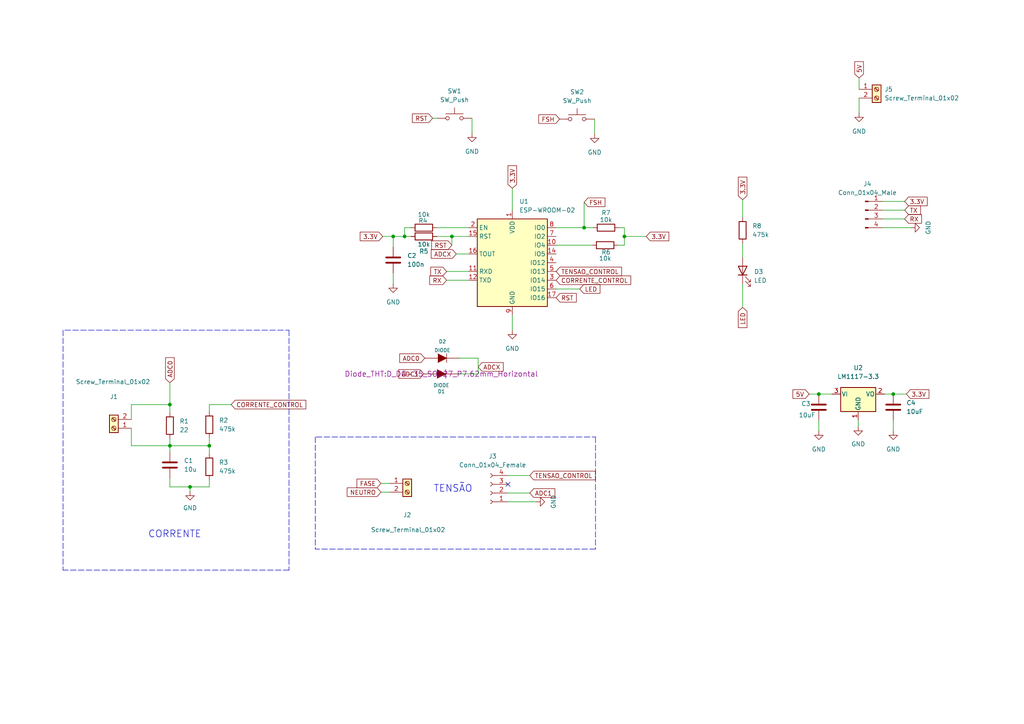
<source format=kicad_sch>
(kicad_sch (version 20211123) (generator eeschema)
  (paper "A4")
  (lib_symbols
    (symbol "Connector:Conn_01x04_Female" (pin_names (offset 1.016) hide)
      (property "Reference" "J" (at 0 5.08 0))
      (property "Value" "Conn_01x04_Female" (at 0 -7.62 0))
      (symbol "Conn_01x04_Female_1_1"
        (arc (start 0 -4.572) (mid -0.508 -5.08) (end 0 -5.588) (stroke (width 0.1524)))
        (arc (start 0 -2.032) (mid -0.508 -2.54) (end 0 -3.048) (stroke (width 0.1524)))
        (polyline (pts (xy -1.27 -5.08) (xy -0.508 -5.08)) (stroke (width 0.1524)))
        (polyline (pts (xy -1.27 -2.54) (xy -0.508 -2.54)) (stroke (width 0.1524)))
        (polyline (pts (xy -1.27 0) (xy -0.508 0)) (stroke (width 0.1524)))
        (polyline (pts (xy -1.27 2.54) (xy -0.508 2.54)) (stroke (width 0.1524)))
        (arc (start 0 0.508) (mid -0.508 0) (end 0 -0.508) (stroke (width 0.1524)))
        (arc (start 0 3.048) (mid -0.508 2.54) (end 0 2.032) (stroke (width 0.1524)))
        (pin passive line (at -5.08 2.54 0) (length 3.81) (name "Pin_1") (number "1"))
        (pin passive line (at -5.08 0 0) (length 3.81) (name "Pin_2") (number "2"))
        (pin passive line (at -5.08 -2.54 0) (length 3.81) (name "Pin_3") (number "3"))
        (pin passive line (at -5.08 -5.08 0) (length 3.81) (name "Pin_4") (number "4"))
      )
    )
    (symbol "Connector:Conn_01x04_Male" (pin_names (offset 1.016) hide)
      (property "Reference" "J" (at 0 5.08 0))
      (property "Value" "Conn_01x04_Male" (at 0 -7.62 0))
      (symbol "Conn_01x04_Male_1_1"
        (polyline (pts (xy 1.27 -5.08) (xy 0.8636 -5.08)) (stroke (width 0.1524)))
        (polyline (pts (xy 1.27 -2.54) (xy 0.8636 -2.54)) (stroke (width 0.1524)))
        (polyline (pts (xy 1.27 0) (xy 0.8636 0)) (stroke (width 0.1524)))
        (polyline (pts (xy 1.27 2.54) (xy 0.8636 2.54)) (stroke (width 0.1524)))
        (rectangle (start 0.8636 -4.953) (end 0 -5.207) (stroke (width 0.1524)) (fill (type outline)))
        (rectangle (start 0.8636 -2.413) (end 0 -2.667) (stroke (width 0.1524)) (fill (type outline)))
        (rectangle (start 0.8636 0.127) (end 0 -0.127) (stroke (width 0.1524)) (fill (type outline)))
        (rectangle (start 0.8636 2.667) (end 0 2.413) (stroke (width 0.1524)) (fill (type outline)))
        (pin passive line (at 5.08 2.54 180) (length 3.81) (name "Pin_1") (number "1"))
        (pin passive line (at 5.08 0 180) (length 3.81) (name "Pin_2") (number "2"))
        (pin passive line (at 5.08 -2.54 180) (length 3.81) (name "Pin_3") (number "3"))
        (pin passive line (at 5.08 -5.08 180) (length 3.81) (name "Pin_4") (number "4"))
      )
    )
    (symbol "Connector:Screw_Terminal_01x02" (pin_names (offset 1.016) hide)
      (property "Reference" "J" (at 0 2.54 0))
      (property "Value" "Screw_Terminal_01x02" (at 0 -5.08 0))
      (symbol "Screw_Terminal_01x02_1_1"
        (rectangle (start -1.27 1.27) (end 1.27 -3.81) (stroke (width 0.254)) (fill (type background)))
        (circle (center 0 -2.54) (radius 0.635) (stroke (width 0.1524)))
        (polyline (pts (xy -0.5334 -2.2098) (xy 0.3302 -3.048)) (stroke (width 0.1524)))
        (polyline (pts (xy -0.5334 0.3302) (xy 0.3302 -0.508)) (stroke (width 0.1524)))
        (polyline (pts (xy -0.3556 -2.032) (xy 0.508 -2.8702)) (stroke (width 0.1524)))
        (polyline (pts (xy -0.3556 0.508) (xy 0.508 -0.3302)) (stroke (width 0.1524)))
        (circle (center 0 0) (radius 0.635) (stroke (width 0.1524)))
        (pin passive line (at -5.08 0 0) (length 3.81) (name "Pin_1") (number "1"))
        (pin passive line (at -5.08 -2.54 0) (length 3.81) (name "Pin_2") (number "2"))
      )
    )
    (symbol "Device:C" (pin_numbers hide) (pin_names (offset 0.254))
      (property "Reference" "C" (at 0.635 2.54 0))
      (property "Value" "C" (at 0.635 -2.54 0))
      (symbol "C_0_1"
        (polyline (pts (xy -2.032 -0.762) (xy 2.032 -0.762)) (stroke (width 0.508)))
        (polyline (pts (xy -2.032 0.762) (xy 2.032 0.762)) (stroke (width 0.508)))
      )
      (symbol "C_1_1"
        (pin passive line (at 0 3.81 270) (length 2.794) (name "~") (number "1"))
        (pin passive line (at 0 -3.81 90) (length 2.794) (name "~") (number "2"))
      )
    )
    (symbol "Device:LED" (pin_numbers hide) (pin_names (offset 1.016) hide)
      (property "Reference" "D" (at 0 2.54 0))
      (property "Value" "LED" (at 0 -2.54 0))
      (symbol "LED_0_1"
        (polyline (pts (xy -1.27 -1.27) (xy -1.27 1.27)) (stroke (width 0.254)))
        (polyline (pts (xy -1.27 0) (xy 1.27 0)))
        (polyline (pts (xy 1.27 -1.27) (xy 1.27 1.27) (xy -1.27 0) (xy 1.27 -1.27)) (stroke (width 0.254)))
        (polyline (pts (xy -3.048 -0.762) (xy -4.572 -2.286) (xy -3.81 -2.286) (xy -4.572 -2.286) (xy -4.572 -1.524)))
        (polyline (pts (xy -1.778 -0.762) (xy -3.302 -2.286) (xy -2.54 -2.286) (xy -3.302 -2.286) (xy -3.302 -1.524)))
      )
      (symbol "LED_1_1"
        (pin passive line (at -3.81 0 0) (length 2.54) (name "K") (number "1"))
        (pin passive line (at 3.81 0 180) (length 2.54) (name "A") (number "2"))
      )
    )
    (symbol "Device:R" (pin_numbers hide) (pin_names (offset 0))
      (property "Reference" "R" (at 2.032 0 90))
      (property "Value" "R" (at 0 0 90))
      (symbol "R_0_1"
        (rectangle (start -1.016 -2.54) (end 1.016 2.54) (stroke (width 0.254)))
      )
      (symbol "R_1_1"
        (pin passive line (at 0 3.81 270) (length 1.27) (name "~") (number "1"))
        (pin passive line (at 0 -3.81 90) (length 1.27) (name "~") (number "2"))
      )
    )
    (symbol "RF_Module:ESP-WROOM-02"
      (property "Reference" "U" (at -7.62 13.97 0))
      (property "Value" "ESP-WROOM-02" (at 10.16 13.97 0))
      (symbol "ESP-WROOM-02_0_1"
        (rectangle (start 10.16 12.7) (end -10.16 -12.7) (stroke (width 0.254)) (fill (type background)))
      )
      (symbol "ESP-WROOM-02_1_1"
        (pin power_in line (at 0 15.24 270) (length 2.54) (name "VDD") (number "1"))
        (pin bidirectional line (at 12.7 5.08 180) (length 2.54) (name "IO4") (number "10"))
        (pin bidirectional line (at -12.7 -2.54 0) (length 2.54) (name "RXD") (number "11"))
        (pin bidirectional line (at -12.7 -5.08 0) (length 2.54) (name "TXD") (number "12"))
        (pin passive line (at 0 -15.24 90) (length 2.54) hide (name "GND") (number "13"))
        (pin bidirectional line (at 12.7 2.54 180) (length 2.54) (name "IO5") (number "14"))
        (pin input line (at -12.7 7.62 0) (length 2.54) (name "RST") (number "15"))
        (pin input line (at -12.7 2.54 0) (length 2.54) (name "TOUT") (number "16"))
        (pin bidirectional line (at 12.7 -10.16 180) (length 2.54) (name "IO16") (number "17"))
        (pin passive line (at 0 -15.24 90) (length 2.54) hide (name "GND") (number "18"))
        (pin passive line (at 0 -15.24 90) (length 2.54) hide (name "GND") (number "19"))
        (pin input line (at -12.7 10.16 0) (length 2.54) (name "EN") (number "2"))
        (pin bidirectional line (at 12.7 -5.08 180) (length 2.54) (name "IO14") (number "3"))
        (pin bidirectional line (at 12.7 0 180) (length 2.54) (name "IO12") (number "4"))
        (pin bidirectional line (at 12.7 -2.54 180) (length 2.54) (name "IO13") (number "5"))
        (pin bidirectional line (at 12.7 -7.62 180) (length 2.54) (name "IO15") (number "6"))
        (pin bidirectional line (at 12.7 7.62 180) (length 2.54) (name "IO2") (number "7"))
        (pin bidirectional line (at 12.7 10.16 180) (length 2.54) (name "IO0") (number "8"))
        (pin power_in line (at 0 -15.24 90) (length 2.54) (name "GND") (number "9"))
      )
    )
    (symbol "Regulator_Linear:LM1117-3.3" (pin_names (offset 0.254))
      (property "Reference" "U" (at -3.81 3.175 0))
      (property "Value" "LM1117-3.3" (at 0 3.175 0))
      (symbol "LM1117-3.3_0_1"
        (rectangle (start -5.08 -5.08) (end 5.08 1.905) (stroke (width 0.254)) (fill (type background)))
      )
      (symbol "LM1117-3.3_1_1"
        (pin power_in line (at 0 -7.62 90) (length 2.54) (name "GND") (number "1"))
        (pin power_out line (at 7.62 0 180) (length 2.54) (name "VO") (number "2"))
        (pin power_in line (at -7.62 0 0) (length 2.54) (name "VI") (number "3"))
      )
    )
    (symbol "Switch:SW_Push" (pin_numbers hide) (pin_names (offset 1.016) hide)
      (property "Reference" "SW" (at 1.27 2.54 0))
      (property "Value" "SW_Push" (at 0 -1.524 0))
      (symbol "SW_Push_0_1"
        (circle (center -2.032 0) (radius 0.508))
        (polyline (pts (xy 0 1.27) (xy 0 3.048)))
        (polyline (pts (xy 2.54 1.27) (xy -2.54 1.27)))
        (circle (center 2.032 0) (radius 0.508))
        (pin passive line (at -5.08 0 0) (length 2.54) (name "1") (number "1"))
        (pin passive line (at 5.08 0 180) (length 2.54) (name "2") (number "2"))
      )
    )
    (symbol "max232:DIODE" (pin_numbers hide) (pin_names (offset 1.016) hide)
      (property "Reference" "D" (at 0 2.54 0))
      (property "Value" "DIODE" (at 0 -2.54 0))
      (symbol "DIODE_0_1"
        (polyline (pts (xy 1.27 1.27) (xy 1.27 -1.27)) (stroke (width 0.1524)))
        (polyline (pts (xy -1.27 1.27) (xy 1.27 0) (xy -1.27 -1.27)) (fill (type outline)))
      )
      (symbol "DIODE_1_1"
        (pin passive line (at -5.08 0 0) (length 3.81) (name "A") (number "1"))
        (pin passive line (at 5.08 0 180) (length 3.81) (name "K") (number "2"))
      )
    )
    (symbol "power:GND" (power) (pin_names (offset 0))
      (property "Value" "GND" (at 0 -3.81 0))
      (symbol "GND_0_1"
        (polyline (pts (xy 0 0) (xy 0 -1.27) (xy 1.27 -1.27) (xy 0 -2.54) (xy -1.27 -1.27) (xy 0 -1.27)))
      )
      (symbol "GND_1_1"
        (pin power_in line (at 0 0 270) (length 0) hide (name "GND") (number "1"))
      )
    )
  )
  (junction (at 114.046 68.58))
  (junction (at 49.276 129.286))
  (junction (at 181.102 68.58))
  (junction (at 131.064 68.58))
  (junction (at 55.118 141.224))
  (junction (at 117.348 68.58))
  (junction (at 259.08 114.3))
  (junction (at 60.706 129.286))
  (junction (at 237.49 114.3))
  (junction (at 49.276 117.348))
  (junction (at 169.418 66.04))
  (no_connect (at 147.32 140.462))
  (polyline (pts (xy 172.72 126.746) (xy 172.72 159.258)))
  (polyline (pts (xy 91.694 126.746) (xy 172.72 126.746)))
  (wire (pts (xy 114.046 71.628) (xy 114.046 68.58)))
  (wire (pts (xy 237.49 114.3) (xy 241.3 114.3)))
  (wire (pts (xy 161.29 71.12) (xy 171.704 71.12)))
  (wire (pts (xy 55.118 142.494) (xy 55.118 141.224)))
  (wire (pts (xy 60.706 117.348) (xy 60.706 119.38)))
  (wire (pts (xy 114.046 82.296) (xy 114.046 79.248)))
  (wire (pts (xy 49.276 127.254) (xy 49.276 129.286)))
  (wire (pts (xy 60.706 127) (xy 60.706 129.286)))
  (wire (pts (xy 155.448 145.542) (xy 147.32 145.542)))
  (wire (pts (xy 169.418 58.674) (xy 169.418 66.04)))
  (wire (pts (xy 114.046 68.58) (xy 110.998 68.58)))
  (wire (pts (xy 259.08 124.968) (xy 259.08 121.92)))
  (wire (pts (xy 181.102 68.58) (xy 181.102 71.12)))
  (wire (pts (xy 179.324 71.12) (xy 181.102 71.12)))
  (polyline (pts (xy 91.44 126.746) (xy 91.44 159.258)))
  (wire (pts (xy 67.056 117.348) (xy 60.706 117.348)))
  (wire (pts (xy 49.276 110.998) (xy 49.276 117.348)))
  (wire (pts (xy 55.118 141.224) (xy 49.276 141.224)))
  (wire (pts (xy 179.578 66.04) (xy 181.102 66.04)))
  (wire (pts (xy 129.54 81.28) (xy 135.89 81.28)))
  (wire (pts (xy 153.67 137.922) (xy 147.32 137.922)))
  (wire (pts (xy 38.1 121.666) (xy 38.1 117.348)))
  (wire (pts (xy 262.382 58.42) (xy 256.032 58.42)))
  (wire (pts (xy 117.348 68.58) (xy 117.348 66.04)))
  (wire (pts (xy 131.064 68.58) (xy 135.89 68.58)))
  (wire (pts (xy 148.59 95.758) (xy 148.59 91.44)))
  (polyline (pts (xy 83.82 165.354) (xy 18.288 165.354)))
  (wire (pts (xy 215.392 89.154) (xy 215.392 82.296)))
  (wire (pts (xy 262.382 60.96) (xy 256.032 60.96)))
  (wire (pts (xy 49.276 117.348) (xy 49.276 119.634)))
  (wire (pts (xy 117.348 68.58) (xy 119.126 68.58)))
  (wire (pts (xy 38.1 117.348) (xy 49.276 117.348)))
  (wire (pts (xy 161.29 66.04) (xy 169.418 66.04)))
  (wire (pts (xy 249.174 22.606) (xy 249.174 25.908)))
  (wire (pts (xy 60.706 129.286) (xy 60.706 131.572)))
  (wire (pts (xy 60.706 141.224) (xy 55.118 141.224)))
  (polyline (pts (xy 18.796 95.758) (xy 83.82 95.758)))
  (wire (pts (xy 38.1 129.286) (xy 49.276 129.286)))
  (wire (pts (xy 119.126 66.04) (xy 117.348 66.04)))
  (wire (pts (xy 172.466 38.862) (xy 172.466 34.544)))
  (wire (pts (xy 181.102 66.04) (xy 181.102 68.58)))
  (wire (pts (xy 131.064 68.58) (xy 131.064 71.12)))
  (wire (pts (xy 262.89 114.3) (xy 259.08 114.3)))
  (wire (pts (xy 49.276 129.286) (xy 49.276 131.064)))
  (wire (pts (xy 248.92 123.698) (xy 248.92 121.92)))
  (wire (pts (xy 153.67 143.002) (xy 147.32 143.002)))
  (wire (pts (xy 138.684 103.886) (xy 138.684 108.458)))
  (wire (pts (xy 136.906 38.608) (xy 136.906 34.29)))
  (wire (pts (xy 169.418 66.04) (xy 171.958 66.04)))
  (polyline (pts (xy 18.288 95.758) (xy 18.288 165.354)))
  (wire (pts (xy 60.706 141.224) (xy 60.706 139.192)))
  (wire (pts (xy 133.35 103.886) (xy 138.684 103.886)))
  (wire (pts (xy 49.276 141.224) (xy 49.276 138.684)))
  (polyline (pts (xy 83.82 95.758) (xy 83.82 165.354)))
  (wire (pts (xy 129.54 78.74) (xy 135.89 78.74)))
  (wire (pts (xy 237.49 124.968) (xy 237.49 121.92)))
  (wire (pts (xy 49.276 129.286) (xy 60.706 129.286)))
  (wire (pts (xy 215.392 70.612) (xy 215.392 74.676)))
  (wire (pts (xy 234.696 114.3) (xy 237.49 114.3)))
  (polyline (pts (xy 172.72 159.258) (xy 91.44 159.258)))
  (wire (pts (xy 126.746 68.58) (xy 131.064 68.58)))
  (wire (pts (xy 38.1 124.206) (xy 38.1 129.286)))
  (wire (pts (xy 259.08 114.3) (xy 256.54 114.3)))
  (wire (pts (xy 110.49 142.748) (xy 113.03 142.748)))
  (wire (pts (xy 168.148 83.82) (xy 161.29 83.82)))
  (wire (pts (xy 264.16 66.04) (xy 256.032 66.04)))
  (wire (pts (xy 133.096 108.458) (xy 138.684 108.458)))
  (wire (pts (xy 126.746 66.04) (xy 135.89 66.04)))
  (wire (pts (xy 117.348 68.58) (xy 114.046 68.58)))
  (wire (pts (xy 262.382 63.5) (xy 256.032 63.5)))
  (wire (pts (xy 126.746 34.29) (xy 125.476 34.29)))
  (wire (pts (xy 249.174 32.766) (xy 249.174 28.448)))
  (wire (pts (xy 148.59 54.61) (xy 148.59 60.96)))
  (wire (pts (xy 181.102 68.58) (xy 187.452 68.58)))
  (wire (pts (xy 110.49 140.208) (xy 113.03 140.208)))
  (wire (pts (xy 215.392 57.912) (xy 215.392 62.992)))
  (wire (pts (xy 132.334 73.66) (xy 135.89 73.66)))
  (text "TENSÃO\n" (at 125.73 143.002 0) (effects (font (size 2 2)) (justify left bottom)))
  (text "CORRENTE" (at 42.926 156.21 0) (effects (font (size 2 2)) (justify left bottom)))
  (global_label "3.3V" (shape input) (at 148.59 54.61 90) (property "Intersheet References" "${INTERSHEET_REFS}" (effects hide)))
  (global_label "FASE" (shape input) (at 110.49 140.208 180) (property "Intersheet References" "${INTERSHEET_REFS}" (effects hide)))
  (global_label "5V" (shape input) (at 234.696 114.3 180) (property "Intersheet References" "${INTERSHEET_REFS}" (effects hide)))
  (global_label "TENSAO_CONTROL" (shape input) (at 153.67 137.922 0) (property "Intersheet References" "${INTERSHEET_REFS}" (effects hide)))
  (global_label "RX" (shape input) (at 129.54 81.28 180) (property "Intersheet References" "${INTERSHEET_REFS}" (effects hide)))
  (global_label "NEUTRO" (shape input) (at 110.49 142.748 180) (property "Intersheet References" "${INTERSHEET_REFS}" (effects hide)))
  (global_label "ADCX" (shape input) (at 132.334 73.66 180) (property "Intersheet References" "${INTERSHEET_REFS}" (effects hide)))
  (global_label "FSH" (shape input) (at 169.418 58.674 0) (property "Intersheet References" "${INTERSHEET_REFS}" (effects hide)))
  (global_label "CORRENTE_CONTROL" (shape input) (at 161.29 81.28 0) (property "Intersheet References" "${INTERSHEET_REFS}" (effects hide)))
  (global_label "TX" (shape input) (at 262.382 60.96 0) (property "Intersheet References" "${INTERSHEET_REFS}" (effects hide)))
  (global_label "TENSAO_CONTROL" (shape input) (at 161.29 78.74 0) (property "Intersheet References" "${INTERSHEET_REFS}" (effects hide)))
  (global_label "3.3V" (shape input) (at 262.382 58.42 0) (property "Intersheet References" "${INTERSHEET_REFS}" (effects hide)))
  (global_label "3.3V" (shape input) (at 215.392 57.912 90) (property "Intersheet References" "${INTERSHEET_REFS}" (effects hide)))
  (global_label "ADC1" (shape input) (at 122.936 108.458 180) (property "Intersheet References" "${INTERSHEET_REFS}" (effects hide)))
  (global_label "ADCX" (shape input) (at 138.684 106.426 0) (property "Intersheet References" "${INTERSHEET_REFS}" (effects hide)))
  (global_label "RST" (shape input) (at 161.29 86.36 0) (property "Intersheet References" "${INTERSHEET_REFS}" (effects hide)))
  (global_label "FSH" (shape input) (at 162.306 34.544 180) (property "Intersheet References" "${INTERSHEET_REFS}" (effects hide)))
  (global_label "LED" (shape input) (at 168.148 83.82 0) (property "Intersheet References" "${INTERSHEET_REFS}" (effects hide)))
  (global_label "RST" (shape input) (at 125.476 34.29 180) (property "Intersheet References" "${INTERSHEET_REFS}" (effects hide)))
  (global_label "ADC0" (shape input) (at 49.276 110.998 90) (property "Intersheet References" "${INTERSHEET_REFS}" (effects hide)))
  (global_label "ADC0" (shape input) (at 123.19 103.886 180) (property "Intersheet References" "${INTERSHEET_REFS}" (effects hide)))
  (global_label "CORRENTE_CONTROL" (shape input) (at 67.056 117.348 0) (property "Intersheet References" "${INTERSHEET_REFS}" (effects hide)))
  (global_label "RX" (shape input) (at 262.382 63.5 0) (property "Intersheet References" "${INTERSHEET_REFS}" (effects hide)))
  (global_label "3.3V" (shape input) (at 262.89 114.3 0) (property "Intersheet References" "${INTERSHEET_REFS}" (effects hide)))
  (global_label "3.3V" (shape input) (at 187.452 68.58 0) (property "Intersheet References" "${INTERSHEET_REFS}" (effects hide)))
  (global_label "LED" (shape input) (at 215.392 89.154 270) (property "Intersheet References" "${INTERSHEET_REFS}" (effects hide)))
  (global_label "ADC1" (shape input) (at 153.67 143.002 0) (property "Intersheet References" "${INTERSHEET_REFS}" (effects hide)))
  (global_label "5V" (shape input) (at 249.174 22.606 90) (property "Intersheet References" "${INTERSHEET_REFS}" (effects hide)))
  (global_label "TX" (shape input) (at 129.54 78.74 180) (property "Intersheet References" "${INTERSHEET_REFS}" (effects hide)))
  (global_label "3.3V" (shape input) (at 110.998 68.58 180) (property "Intersheet References" "${INTERSHEET_REFS}" (effects hide)))
  (global_label "RST" (shape input) (at 131.064 71.12 180) (property "Intersheet References" "${INTERSHEET_REFS}" (effects hide)))
  (symbol (lib_id "Connector:Screw_Terminal_01x02") (at 254.254 25.908 0) (unit 1)
    (property "Reference" "J5" (at 256.54 25.9079 0) (effects (justify left)))
    (property "Value" "Screw_Terminal_01x02" (at 256.54 28.4479 0) (effects (justify left)))
  )
  (symbol (lib_id "Device:C") (at 49.276 134.874 0) (unit 1)
    (property "Reference" "C1" (at 53.34 133.6039 0) (effects (justify left)))
    (property "Value" "10u" (at 53.34 136.1439 0) (effects (justify left)))
    (property "Footprint" "Capacitor_THT:CP_Radial_D10.0mm_P7.50mm" (effects hide))
  )
  (symbol (lib_id "Regulator_Linear:LM1117-3.3") (at 248.92 114.3 0) (unit 1)
    (property "Reference" "U2" (at 248.92 106.68 0))
    (property "Value" "LM1117-3.3" (at 248.92 109.22 0))
    (property "Datasheet" "http://www.ti.com/lit/ds/symlink/lm1117.pdf" (effects hide))
  )
  (symbol (lib_id "RF_Module:ESP-WROOM-02") (at 148.59 76.2 0) (unit 1)
    (property "Reference" "U1" (at 150.6094 58.42 0) (effects (justify left)))
    (property "Value" "ESP-WROOM-02" (at 150.6094 60.96 0) (effects (justify left)))
    (property "Footprint" "RF_Module:ESP-WROOM-02" (effects hide))
    (property "Datasheet" "https://www.espressif.com/sites/default/files/documentation/0c-esp-wroom-02_datasheet_en.pdf" (effects hide))
  )
  (symbol (lib_id "power:GND") (at 264.16 66.04 90) (unit 1)
    (property "Reference" "#PWR0107" (effects hide))
    (property "Value" "GND" (at 269.24 66.04 0))
  )
  (symbol (lib_id "Device:R") (at 60.706 135.382 0) (unit 1)
    (property "Reference" "R3" (at 63.5 134.1119 0) (effects (justify left)))
    (property "Value" "475k" (at 63.5 136.6519 0) (effects (justify left)))
    (property "Footprint" "Resistor_THT:R_Axial_DIN0207_L6.3mm_D2.5mm_P7.62mm_Horizontal" (effects hide))
  )
  (symbol (lib_id "Connector:Conn_01x04_Female") (at 142.24 143.002 180) (unit 1)
    (property "Reference" "J3" (at 142.875 132.334 0))
    (property "Value" "Conn_01x04_Female" (at 142.875 134.874 0))
  )
  (symbol (lib_id "Device:R") (at 49.276 123.444 0) (unit 1)
    (property "Reference" "R1" (at 52.07 122.1739 0) (effects (justify left)))
    (property "Value" "22" (at 52.07 124.7139 0) (effects (justify left)))
    (property "Footprint" "Resistor_THT:R_Axial_DIN0207_L6.3mm_D2.5mm_P7.62mm_Horizontal" (effects hide))
  )
  (symbol (lib_id "Device:C") (at 114.046 75.438 0) (unit 1)
    (property "Reference" "C2" (at 118.11 74.1679 0) (effects (justify left)))
    (property "Value" "100n" (at 118.11 76.7079 0) (effects (justify left)))
    (property "Footprint" "Capacitor_THT:CP_Radial_D10.0mm_P7.50mm" (effects hide))
  )
  (symbol (lib_id "Connector:Conn_01x04_Male") (at 250.952 60.96 0) (unit 1)
    (property "Reference" "J4" (at 251.587 53.34 0))
    (property "Value" "Conn_01x04_Male" (at 251.587 55.88 0))
  )
  (symbol (lib_id "power:GND") (at 248.92 123.698 0) (unit 1)
    (property "Reference" "#PWR0110" (effects hide))
    (property "Value" "GND" (at 248.92 128.778 0))
  )
  (symbol (lib_id "power:GND") (at 155.448 145.542 90) (unit 1)
    (property "Reference" "#PWR0104" (effects hide))
    (property "Value" "GND" (at 160.528 145.542 0))
  )
  (symbol (lib_id "power:GND") (at 148.59 95.758 0) (unit 1)
    (property "Reference" "#PWR0106" (effects hide))
    (property "Value" "GND" (at 148.59 101.092 0))
  )
  (symbol (lib_id "max232:DIODE") (at 128.016 108.458 0) (unit 1)
    (property "Reference" "D1" (at 128.016 113.538 0) (effects (font (size 1.016 1.016))))
    (property "Value" "DIODE" (at 128.016 111.76 0) (effects (font (size 1.016 1.016))))
    (property "Footprint" "Diode_THT:D_DO-35_SOD27_P7.62mm_Horizontal" (at 128.016 108.458 0) (effects (font (size 1.524 1.524))))
  )
  (symbol (lib_id "Device:LED") (at 215.392 78.486 90) (unit 1)
    (property "Reference" "D3" (at 218.694 78.8034 90) (effects (justify right)))
    (property "Value" "LED" (at 218.694 81.3434 90) (effects (justify right)))
    (property "Footprint" "LED_THT:LED_D5.0mm_IRBlack" (effects hide))
  )
  (symbol (lib_id "power:GND") (at 249.174 32.766 0) (unit 1)
    (property "Reference" "#PWR0111" (effects hide))
    (property "Value" "GND" (at 249.174 38.1 0))
  )
  (symbol (lib_id "Device:R") (at 175.514 71.12 90) (unit 1)
    (property "Reference" "R6" (at 175.768 73.152 90))
    (property "Value" "10k" (at 175.514 74.93 90))
    (property "Footprint" "Resistor_THT:R_Axial_DIN0207_L6.3mm_D2.5mm_P7.62mm_Horizontal" (effects hide))
  )
  (symbol (lib_id "power:GND") (at 55.118 142.494 0) (unit 1)
    (property "Reference" "#PWR0103" (effects hide))
    (property "Value" "GND" (at 55.118 147.32 0))
  )
  (symbol (lib_id "power:GND") (at 136.906 38.608 0) (unit 1)
    (property "Reference" "#PWR0101" (effects hide))
    (property "Value" "GND" (at 136.906 43.942 0))
  )
  (symbol (lib_id "Device:C") (at 237.49 118.11 0) (unit 1)
    (property "Reference" "C3" (at 232.41 117.094 0) (effects (justify left)))
    (property "Value" "10uF" (at 231.648 120.396 0) (effects (justify left)))
    (property "Footprint" "Capacitor_THT:CP_Radial_D10.0mm_P7.50mm" (effects hide))
  )
  (symbol (lib_id "power:GND") (at 237.49 124.968 0) (unit 1)
    (property "Reference" "#PWR0108" (effects hide))
    (property "Value" "GND" (at 237.49 130.302 0))
  )
  (symbol (lib_id "power:GND") (at 259.08 124.968 0) (unit 1)
    (property "Reference" "#PWR0109" (effects hide))
    (property "Value" "GND" (at 259.08 130.302 0))
  )
  (symbol (lib_id "power:GND") (at 172.466 38.862 0) (unit 1)
    (property "Reference" "#PWR0102" (effects hide))
    (property "Value" "GND" (at 172.466 44.196 0))
  )
  (symbol (lib_id "power:GND") (at 114.046 82.296 0) (unit 1)
    (property "Reference" "#PWR0105" (effects hide))
    (property "Value" "GND" (at 114.046 87.63 0))
  )
  (symbol (lib_id "Connector:Screw_Terminal_01x02") (at 33.02 124.206 180) (unit 1)
    (property "Reference" "J1" (at 33.02 115.062 0))
    (property "Value" "Screw_Terminal_01x02" (at 32.766 110.744 0))
  )
  (symbol (lib_id "max232:DIODE") (at 128.27 103.886 0) (unit 1)
    (property "Reference" "D2" (at 128.3081 99.06 0) (effects (font (size 1.016 1.016))))
    (property "Value" "DIODE" (at 128.3081 101.6 0) (effects (font (size 1.016 1.016))))
    (property "Footprint" "Diode_THT:D_DO-35_SOD27_P7.62mm_Horizontal" (effects hide))
  )
  (symbol (lib_id "Device:R") (at 215.392 66.802 0) (unit 1)
    (property "Reference" "R8" (at 218.186 65.5319 0) (effects (justify left)))
    (property "Value" "475k" (at 218.186 68.0719 0) (effects (justify left)))
    (property "Footprint" "Resistor_THT:R_Axial_DIN0207_L6.3mm_D2.5mm_P7.62mm_Horizontal" (effects hide))
  )
  (symbol (lib_id "Device:R") (at 122.936 68.58 270) (unit 1)
    (property "Reference" "R5" (at 122.936 72.898 90))
    (property "Value" "10k" (at 122.936 70.866 90))
    (property "Footprint" "Resistor_THT:R_Axial_DIN0207_L6.3mm_D2.5mm_P7.62mm_Horizontal" (effects hide))
  )
  (symbol (lib_id "Device:C") (at 259.08 118.11 0) (unit 1)
    (property "Reference" "C4" (at 262.89 116.8399 0) (effects (justify left)))
    (property "Value" "10uF" (at 262.89 119.3799 0) (effects (justify left)))
    (property "Footprint" "Capacitor_THT:CP_Radial_D10.0mm_P7.50mm" (effects hide))
  )
  (symbol (lib_id "Device:R") (at 175.768 66.04 90) (unit 1)
    (property "Reference" "R7" (at 175.768 61.722 90))
    (property "Value" "10k" (at 175.768 63.754 90))
    (property "Footprint" "Resistor_THT:R_Axial_DIN0207_L6.3mm_D2.5mm_P7.62mm_Horizontal" (effects hide))
  )
  (symbol (lib_id "Switch:SW_Push") (at 167.386 34.544 0) (unit 1)
    (property "Reference" "SW2" (at 167.386 26.67 0))
    (property "Value" "SW_Push" (at 167.386 29.21 0))
    (property "Footprint" "Button_Switch_THT:SW_Tactile_Straight_KSL0Axx1LFTR" (effects hide))
  )
  (symbol (lib_id "Connector:Screw_Terminal_01x02") (at 118.11 140.208 0) (unit 1)
    (property "Reference" "J2" (at 118.11 149.352 0))
    (property "Value" "Screw_Terminal_01x02" (at 118.364 153.67 0))
  )
  (symbol (lib_id "Device:R") (at 60.706 123.19 0) (unit 1)
    (property "Reference" "R2" (at 63.5 121.9199 0) (effects (justify left)))
    (property "Value" "475k" (at 63.5 124.4599 0) (effects (justify left)))
    (property "Footprint" "Resistor_THT:R_Axial_DIN0207_L6.3mm_D2.5mm_P7.62mm_Horizontal" (effects hide))
  )
  (symbol (lib_id "Device:R") (at 122.936 66.04 270) (unit 1)
    (property "Reference" "R4" (at 122.682 64.008 90))
    (property "Value" "10k" (at 122.936 62.23 90))
    (property "Footprint" "Resistor_THT:R_Axial_DIN0207_L6.3mm_D2.5mm_P7.62mm_Horizontal" (effects hide))
  )
  (symbol (lib_id "Switch:SW_Push") (at 131.826 34.29 0) (unit 1)
    (property "Reference" "SW1" (at 131.826 26.416 0))
    (property "Value" "SW_Push" (at 131.826 28.956 0))
    (property "Footprint" "Button_Switch_THT:SW_Tactile_Straight_KSL0Axx1LFTR" (effects hide))
  )
)
</source>
